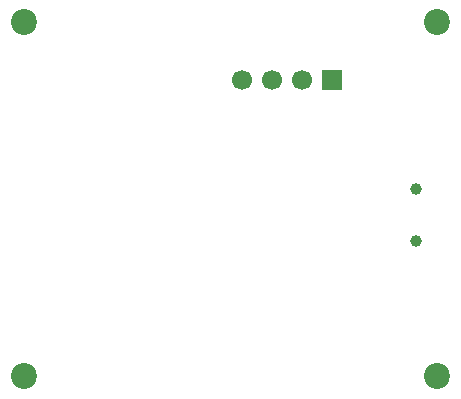
<source format=gbs>
%TF.GenerationSoftware,KiCad,Pcbnew,9.0.5*%
%TF.CreationDate,2025-11-09T16:32:06+01:00*%
%TF.ProjectId,PTP,5054502e-6b69-4636-9164-5f7063625858,rev?*%
%TF.SameCoordinates,Original*%
%TF.FileFunction,Soldermask,Bot*%
%TF.FilePolarity,Negative*%
%FSLAX46Y46*%
G04 Gerber Fmt 4.6, Leading zero omitted, Abs format (unit mm)*
G04 Created by KiCad (PCBNEW 9.0.5) date 2025-11-09 16:32:06*
%MOMM*%
%LPD*%
G01*
G04 APERTURE LIST*
%ADD10C,1.000000*%
%ADD11C,2.200000*%
%ADD12R,1.700000X1.700000*%
%ADD13C,1.700000*%
G04 APERTURE END LIST*
D10*
%TO.C,CON1*%
X223200000Y-118500000D03*
X223200000Y-114100000D03*
%TD*%
D11*
%TO.C,H1*%
X190000000Y-100000000D03*
%TD*%
D12*
%TO.C,J1*%
X216080000Y-104900000D03*
D13*
X213540000Y-104900000D03*
X211000000Y-104900000D03*
X208460000Y-104900000D03*
%TD*%
D11*
%TO.C,H2*%
X225000000Y-100000000D03*
%TD*%
%TO.C,H4*%
X190000000Y-130000000D03*
%TD*%
%TO.C,H3*%
X225000000Y-130000000D03*
%TD*%
M02*

</source>
